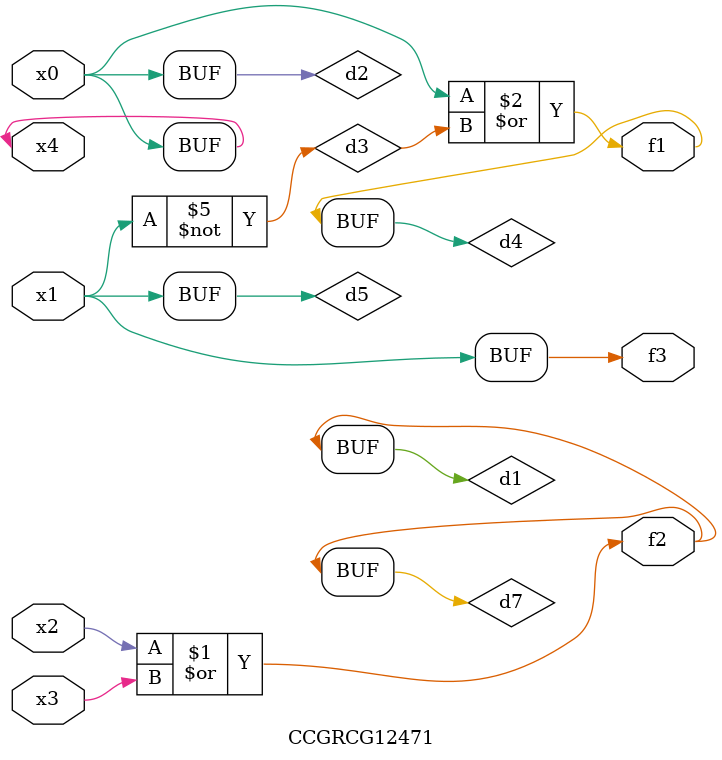
<source format=v>
module CCGRCG12471(
	input x0, x1, x2, x3, x4,
	output f1, f2, f3
);

	wire d1, d2, d3, d4, d5, d6, d7;

	or (d1, x2, x3);
	buf (d2, x0, x4);
	not (d3, x1);
	or (d4, d2, d3);
	not (d5, d3);
	nand (d6, d1, d3);
	or (d7, d1);
	assign f1 = d4;
	assign f2 = d7;
	assign f3 = d5;
endmodule

</source>
